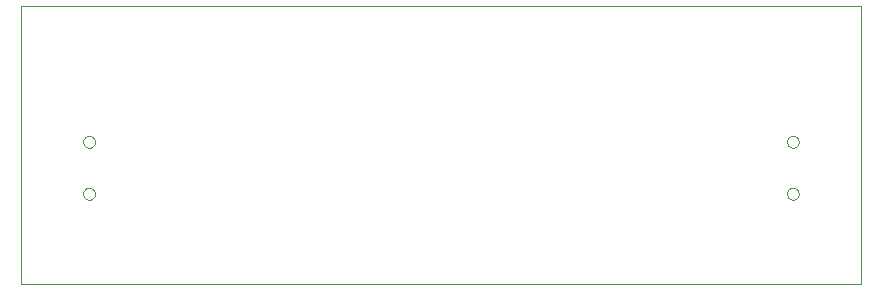
<source format=gko>
G75*
G70*
%OFA0B0*%
%FSLAX24Y24*%
%IPPOS*%
%LPD*%
%AMOC8*
5,1,8,0,0,1.08239X$1,22.5*
%
%ADD10C,0.0000*%
D10*
X000100Y000229D02*
X000100Y009488D01*
X028095Y009488D01*
X028095Y000229D01*
X000100Y000229D01*
X002172Y003238D02*
X002174Y003265D01*
X002180Y003292D01*
X002189Y003318D01*
X002202Y003342D01*
X002218Y003365D01*
X002237Y003384D01*
X002259Y003401D01*
X002283Y003415D01*
X002308Y003425D01*
X002335Y003432D01*
X002362Y003435D01*
X002390Y003434D01*
X002417Y003429D01*
X002443Y003421D01*
X002467Y003409D01*
X002490Y003393D01*
X002511Y003375D01*
X002528Y003354D01*
X002543Y003330D01*
X002554Y003305D01*
X002562Y003279D01*
X002566Y003252D01*
X002566Y003224D01*
X002562Y003197D01*
X002554Y003171D01*
X002543Y003146D01*
X002528Y003122D01*
X002511Y003101D01*
X002490Y003083D01*
X002468Y003067D01*
X002443Y003055D01*
X002417Y003047D01*
X002390Y003042D01*
X002362Y003041D01*
X002335Y003044D01*
X002308Y003051D01*
X002283Y003061D01*
X002259Y003075D01*
X002237Y003092D01*
X002218Y003111D01*
X002202Y003134D01*
X002189Y003158D01*
X002180Y003184D01*
X002174Y003211D01*
X002172Y003238D01*
X002172Y004970D02*
X002174Y004997D01*
X002180Y005024D01*
X002189Y005050D01*
X002202Y005074D01*
X002218Y005097D01*
X002237Y005116D01*
X002259Y005133D01*
X002283Y005147D01*
X002308Y005157D01*
X002335Y005164D01*
X002362Y005167D01*
X002390Y005166D01*
X002417Y005161D01*
X002443Y005153D01*
X002467Y005141D01*
X002490Y005125D01*
X002511Y005107D01*
X002528Y005086D01*
X002543Y005062D01*
X002554Y005037D01*
X002562Y005011D01*
X002566Y004984D01*
X002566Y004956D01*
X002562Y004929D01*
X002554Y004903D01*
X002543Y004878D01*
X002528Y004854D01*
X002511Y004833D01*
X002490Y004815D01*
X002468Y004799D01*
X002443Y004787D01*
X002417Y004779D01*
X002390Y004774D01*
X002362Y004773D01*
X002335Y004776D01*
X002308Y004783D01*
X002283Y004793D01*
X002259Y004807D01*
X002237Y004824D01*
X002218Y004843D01*
X002202Y004866D01*
X002189Y004890D01*
X002180Y004916D01*
X002174Y004943D01*
X002172Y004970D01*
X025634Y004970D02*
X025636Y004997D01*
X025642Y005024D01*
X025651Y005050D01*
X025664Y005074D01*
X025680Y005097D01*
X025699Y005116D01*
X025721Y005133D01*
X025745Y005147D01*
X025770Y005157D01*
X025797Y005164D01*
X025824Y005167D01*
X025852Y005166D01*
X025879Y005161D01*
X025905Y005153D01*
X025929Y005141D01*
X025952Y005125D01*
X025973Y005107D01*
X025990Y005086D01*
X026005Y005062D01*
X026016Y005037D01*
X026024Y005011D01*
X026028Y004984D01*
X026028Y004956D01*
X026024Y004929D01*
X026016Y004903D01*
X026005Y004878D01*
X025990Y004854D01*
X025973Y004833D01*
X025952Y004815D01*
X025930Y004799D01*
X025905Y004787D01*
X025879Y004779D01*
X025852Y004774D01*
X025824Y004773D01*
X025797Y004776D01*
X025770Y004783D01*
X025745Y004793D01*
X025721Y004807D01*
X025699Y004824D01*
X025680Y004843D01*
X025664Y004866D01*
X025651Y004890D01*
X025642Y004916D01*
X025636Y004943D01*
X025634Y004970D01*
X025634Y003238D02*
X025636Y003265D01*
X025642Y003292D01*
X025651Y003318D01*
X025664Y003342D01*
X025680Y003365D01*
X025699Y003384D01*
X025721Y003401D01*
X025745Y003415D01*
X025770Y003425D01*
X025797Y003432D01*
X025824Y003435D01*
X025852Y003434D01*
X025879Y003429D01*
X025905Y003421D01*
X025929Y003409D01*
X025952Y003393D01*
X025973Y003375D01*
X025990Y003354D01*
X026005Y003330D01*
X026016Y003305D01*
X026024Y003279D01*
X026028Y003252D01*
X026028Y003224D01*
X026024Y003197D01*
X026016Y003171D01*
X026005Y003146D01*
X025990Y003122D01*
X025973Y003101D01*
X025952Y003083D01*
X025930Y003067D01*
X025905Y003055D01*
X025879Y003047D01*
X025852Y003042D01*
X025824Y003041D01*
X025797Y003044D01*
X025770Y003051D01*
X025745Y003061D01*
X025721Y003075D01*
X025699Y003092D01*
X025680Y003111D01*
X025664Y003134D01*
X025651Y003158D01*
X025642Y003184D01*
X025636Y003211D01*
X025634Y003238D01*
M02*

</source>
